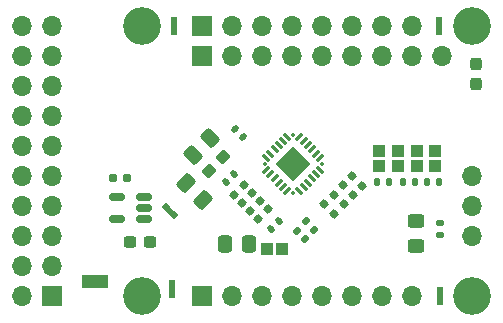
<source format=gbr>
%TF.GenerationSoftware,KiCad,Pcbnew,9.0.4*%
%TF.CreationDate,2025-08-20T17:26:20-04:00*%
%TF.ProjectId,tac5212_audio_board_single_ended,74616335-3231-4325-9f61-7564696f5f62,rev?*%
%TF.SameCoordinates,Original*%
%TF.FileFunction,Soldermask,Top*%
%TF.FilePolarity,Negative*%
%FSLAX46Y46*%
G04 Gerber Fmt 4.6, Leading zero omitted, Abs format (unit mm)*
G04 Created by KiCad (PCBNEW 9.0.4) date 2025-08-20 17:26:20*
%MOMM*%
%LPD*%
G01*
G04 APERTURE LIST*
G04 Aperture macros list*
%AMRoundRect*
0 Rectangle with rounded corners*
0 $1 Rounding radius*
0 $2 $3 $4 $5 $6 $7 $8 $9 X,Y pos of 4 corners*
0 Add a 4 corners polygon primitive as box body*
4,1,4,$2,$3,$4,$5,$6,$7,$8,$9,$2,$3,0*
0 Add four circle primitives for the rounded corners*
1,1,$1+$1,$2,$3*
1,1,$1+$1,$4,$5*
1,1,$1+$1,$6,$7*
1,1,$1+$1,$8,$9*
0 Add four rect primitives between the rounded corners*
20,1,$1+$1,$2,$3,$4,$5,0*
20,1,$1+$1,$4,$5,$6,$7,0*
20,1,$1+$1,$6,$7,$8,$9,0*
20,1,$1+$1,$8,$9,$2,$3,0*%
%AMRotRect*
0 Rectangle, with rotation*
0 The origin of the aperture is its center*
0 $1 length*
0 $2 width*
0 $3 Rotation angle, in degrees counterclockwise*
0 Add horizontal line*
21,1,$1,$2,0,0,$3*%
G04 Aperture macros list end*
%ADD10C,0.000000*%
%ADD11C,0.010000*%
%ADD12RoundRect,0.160000X-0.252791X0.026517X0.026517X-0.252791X0.252791X-0.026517X-0.026517X0.252791X0*%
%ADD13RoundRect,0.135000X0.226274X0.035355X0.035355X0.226274X-0.226274X-0.035355X-0.035355X-0.226274X0*%
%ADD14R,1.700000X1.700000*%
%ADD15O,1.700000X1.700000*%
%ADD16C,3.200000*%
%ADD17R,1.000000X1.000000*%
%ADD18RoundRect,0.250000X-0.337500X-0.475000X0.337500X-0.475000X0.337500X0.475000X-0.337500X0.475000X0*%
%ADD19RoundRect,0.160000X0.026517X0.252791X-0.252791X-0.026517X-0.026517X-0.252791X0.252791X0.026517X0*%
%ADD20RoundRect,0.140000X0.219203X0.021213X0.021213X0.219203X-0.219203X-0.021213X-0.021213X-0.219203X0*%
%ADD21RoundRect,0.250000X-0.574524X-0.097227X-0.097227X-0.574524X0.574524X0.097227X0.097227X0.574524X0*%
%ADD22RoundRect,0.150000X-0.512500X-0.150000X0.512500X-0.150000X0.512500X0.150000X-0.512500X0.150000X0*%
%ADD23RoundRect,0.135000X0.185000X-0.135000X0.185000X0.135000X-0.185000X0.135000X-0.185000X-0.135000X0*%
%ADD24R,0.508000X0.500000*%
%ADD25R,0.508000X0.508000*%
%ADD26RoundRect,0.237500X-0.237500X0.300000X-0.237500X-0.300000X0.237500X-0.300000X0.237500X0.300000X0*%
%ADD27RoundRect,0.140000X-0.021213X0.219203X-0.219203X0.021213X0.021213X-0.219203X0.219203X-0.021213X0*%
%ADD28RoundRect,0.250000X0.097227X-0.574524X0.574524X-0.097227X-0.097227X0.574524X-0.574524X0.097227X0*%
%ADD29RoundRect,0.250000X-0.450000X0.325000X-0.450000X-0.325000X0.450000X-0.325000X0.450000X0.325000X0*%
%ADD30RoundRect,0.062500X-0.185616X-0.274004X0.274004X0.185616X0.185616X0.274004X-0.274004X-0.185616X0*%
%ADD31RoundRect,0.062500X0.185616X-0.274004X0.274004X-0.185616X-0.185616X0.274004X-0.274004X0.185616X0*%
%ADD32RotRect,2.100000X2.100000X45.000000*%
%ADD33RoundRect,0.062500X0.000000X-0.088388X0.088388X0.000000X0.000000X0.088388X-0.088388X0.000000X0*%
%ADD34RotRect,0.508000X0.508000X315.000000*%
%ADD35RoundRect,0.237500X0.300000X0.237500X-0.300000X0.237500X-0.300000X-0.237500X0.300000X-0.237500X0*%
%ADD36RoundRect,0.135000X0.135000X0.185000X-0.135000X0.185000X-0.135000X-0.185000X0.135000X-0.185000X0*%
%ADD37RoundRect,0.237500X0.044194X0.380070X-0.380070X-0.044194X-0.044194X-0.380070X0.380070X0.044194X0*%
%ADD38RoundRect,0.135000X-0.135000X-0.185000X0.135000X-0.185000X0.135000X0.185000X-0.135000X0.185000X0*%
%ADD39RoundRect,0.160000X0.197500X0.160000X-0.197500X0.160000X-0.197500X-0.160000X0.197500X-0.160000X0*%
%ADD40RoundRect,0.135000X-0.226274X-0.035355X-0.035355X-0.226274X0.226274X0.035355X0.035355X0.226274X0*%
G04 APERTURE END LIST*
%TO.C,E108*%
G36*
X99446000Y-99954000D02*
G01*
X99954000Y-99954000D01*
X99954000Y-99454000D01*
X99446000Y-99454000D01*
X99446000Y-99954000D01*
G37*
%TO.C,E109*%
G36*
X121846000Y-99954000D02*
G01*
X122354000Y-99954000D01*
X122354000Y-99454000D01*
X121846000Y-99454000D01*
X121846000Y-99954000D01*
G37*
D10*
%TO.C,DOUT108*%
G36*
X99653553Y-115394343D02*
G01*
X99294343Y-115753553D01*
X98946447Y-115405657D01*
X99305657Y-115046447D01*
X99653553Y-115394343D01*
G37*
%TO.C,5V108*%
D11*
X93960000Y-121800000D02*
X91850000Y-121800000D01*
X91850000Y-120800000D01*
X93960000Y-120800000D01*
X93960000Y-121800000D01*
G36*
X93960000Y-121800000D02*
G01*
X91850000Y-121800000D01*
X91850000Y-120800000D01*
X93960000Y-120800000D01*
X93960000Y-121800000D01*
G37*
%TO.C,G118*%
G36*
X121946000Y-122854000D02*
G01*
X122454000Y-122854000D01*
X122454000Y-122354000D01*
X121946000Y-122354000D01*
X121946000Y-122854000D01*
G37*
%TO.C,G117*%
G36*
X99246000Y-122254000D02*
G01*
X99754000Y-122254000D01*
X99754000Y-121754000D01*
X99246000Y-121754000D01*
X99246000Y-122254000D01*
G37*
%TD*%
D12*
%TO.C,R113*%
X114022496Y-114822496D03*
X113177504Y-113977504D03*
%TD*%
D13*
%TO.C,R121*%
X110039376Y-117039376D03*
X110760624Y-117760624D03*
%TD*%
D14*
%TO.C,board_outline108*%
X89337500Y-122600000D03*
D15*
X86797500Y-122600000D03*
X89337500Y-120060000D03*
X86797500Y-120060000D03*
X89337500Y-117520000D03*
X86797500Y-117520000D03*
X89337500Y-114980000D03*
X86797500Y-114980000D03*
X89337500Y-112440000D03*
X86797500Y-112440000D03*
X89337500Y-109900000D03*
X86797500Y-109900000D03*
X89337500Y-107360000D03*
X86797500Y-107360000D03*
X89337500Y-104820000D03*
X86797500Y-104820000D03*
X89337500Y-102280000D03*
X86797500Y-102280000D03*
X89337500Y-99740000D03*
X86797500Y-99740000D03*
D14*
X102047500Y-102285000D03*
X102047500Y-99745000D03*
D15*
X104587500Y-102285000D03*
X104587500Y-99745000D03*
X107127500Y-102285000D03*
X107127500Y-99745000D03*
X109667500Y-102285000D03*
X109667500Y-99745000D03*
X112207500Y-102285000D03*
X112207500Y-99745000D03*
X114747500Y-102285000D03*
X114747500Y-99745000D03*
X117287500Y-102285000D03*
X117287500Y-99745000D03*
X119827500Y-102285000D03*
X119827500Y-99745000D03*
D14*
X102047500Y-122605000D03*
D15*
X104587500Y-122605000D03*
X107127500Y-122605000D03*
X109667500Y-122605000D03*
X112207500Y-122605000D03*
X114747500Y-122605000D03*
X117287500Y-122605000D03*
X119827500Y-122605000D03*
X124892500Y-117525000D03*
X124892500Y-114985000D03*
X124892500Y-112445000D03*
X122352500Y-102285000D03*
D16*
X96952500Y-99745000D03*
X124892500Y-99745000D03*
X96952500Y-122605000D03*
X124892500Y-122605000D03*
%TD*%
D17*
%TO.C,ADD108*%
X117000000Y-111600000D03*
X117000000Y-110300000D03*
%TD*%
D12*
%TO.C,R112*%
X114822496Y-114022496D03*
X113977504Y-113177504D03*
%TD*%
D18*
%TO.C,C111*%
X106037500Y-118200000D03*
X103962500Y-118200000D03*
%TD*%
D12*
%TO.C,R114*%
X113222496Y-115622496D03*
X112377504Y-114777504D03*
%TD*%
D19*
%TO.C,R115*%
X105445334Y-114708704D03*
X106290326Y-113863712D03*
%TD*%
D17*
%TO.C,ADD112*%
X118600000Y-111600000D03*
X118600000Y-110300000D03*
%TD*%
D20*
%TO.C,C109*%
X105539411Y-109139411D03*
X104860589Y-108460589D03*
%TD*%
D17*
%TO.C,ADD110*%
X120200000Y-111600000D03*
X120200000Y-110300000D03*
%TD*%
D21*
%TO.C,C115*%
X102133623Y-114433623D03*
X100666377Y-112966377D03*
%TD*%
D22*
%TO.C,U108*%
X97137500Y-116050000D03*
X97137500Y-115100000D03*
X97137500Y-114150000D03*
X94862500Y-114150000D03*
X94862500Y-116050000D03*
%TD*%
D19*
%TO.C,R118*%
X106788837Y-116052207D03*
X107633829Y-115207215D03*
%TD*%
D23*
%TO.C,R126*%
X122200000Y-116390000D03*
X122200000Y-117410000D03*
%TD*%
D24*
%TO.C,E108*%
X99700000Y-100204000D03*
D25*
X99700000Y-99200000D03*
%TD*%
D26*
%TO.C,C118*%
X125200000Y-104662500D03*
X125200000Y-102937500D03*
%TD*%
D27*
%TO.C,C116*%
X104739411Y-112260589D03*
X104060589Y-112939411D03*
%TD*%
D28*
%TO.C,C108*%
X102733623Y-109166377D03*
X101266377Y-110633623D03*
%TD*%
D29*
%TO.C,D116*%
X120175000Y-116250000D03*
X120175000Y-118300000D03*
%TD*%
D30*
%TO.C,TAC5212*%
X107479775Y-111907005D03*
X107833328Y-112260559D03*
X108186882Y-112614112D03*
X108540435Y-112967665D03*
X108893988Y-113321219D03*
X109247542Y-113674772D03*
D31*
X110290524Y-113674772D03*
X110644078Y-113321219D03*
X110997631Y-112967665D03*
X111351184Y-112614112D03*
X111704738Y-112260559D03*
X112058291Y-111907005D03*
D30*
X112058291Y-110864023D03*
X111704738Y-110510469D03*
X111351184Y-110156916D03*
X110997631Y-109803363D03*
X110644078Y-109449809D03*
X110290524Y-109096256D03*
D31*
X109247542Y-109096256D03*
X108893988Y-109449809D03*
X108540435Y-109803363D03*
X108186882Y-110156916D03*
X107833328Y-110510469D03*
X107479775Y-110864023D03*
D32*
X109769033Y-111385514D03*
D33*
X107336586Y-111385514D03*
X109769033Y-113817961D03*
X112201480Y-111385514D03*
X109769033Y-108953067D03*
%TD*%
D27*
%TO.C,C112*%
X108539411Y-116260589D03*
X107860589Y-116939411D03*
%TD*%
D24*
%TO.C,E109*%
X122100000Y-100204000D03*
D25*
X122100000Y-99200000D03*
%TD*%
D17*
%TO.C,ADD111*%
X121800000Y-111600000D03*
X121800000Y-110300000D03*
%TD*%
D34*
%TO.C,DOUT108*%
X99653553Y-115753553D03*
X98946447Y-115046447D03*
%TD*%
D12*
%TO.C,R110*%
X115622496Y-113222496D03*
X114777504Y-112377504D03*
%TD*%
D35*
%TO.C,C128*%
X95937500Y-118000000D03*
X97662500Y-118000000D03*
%TD*%
D36*
%TO.C,R123*%
X121090000Y-112900000D03*
X122110000Y-112900000D03*
%TD*%
D37*
%TO.C,C119*%
X102590120Y-112009880D03*
X103809880Y-110790120D03*
%TD*%
D38*
%TO.C,R124*%
X117910000Y-112900000D03*
X116890000Y-112900000D03*
%TD*%
D19*
%TO.C,R119*%
X104773583Y-114036952D03*
X105618575Y-113191960D03*
%TD*%
D17*
%TO.C,PU_EN108*%
X107550000Y-118600000D03*
X108850000Y-118600000D03*
%TD*%
D19*
%TO.C,R117*%
X106117086Y-115380455D03*
X106962078Y-114535463D03*
%TD*%
D24*
%TO.C,G118*%
X122200000Y-123104000D03*
D25*
X122200000Y-122100000D03*
%TD*%
D38*
%TO.C,R122*%
X120110000Y-112900000D03*
X119090000Y-112900000D03*
%TD*%
D39*
%TO.C,R125*%
X94502500Y-112600000D03*
X95697500Y-112600000D03*
%TD*%
D24*
%TO.C,G117*%
X99500000Y-122504000D03*
D25*
X99500000Y-121500000D03*
%TD*%
D40*
%TO.C,R120*%
X111560624Y-116960624D03*
X110839376Y-116239376D03*
%TD*%
M02*

</source>
